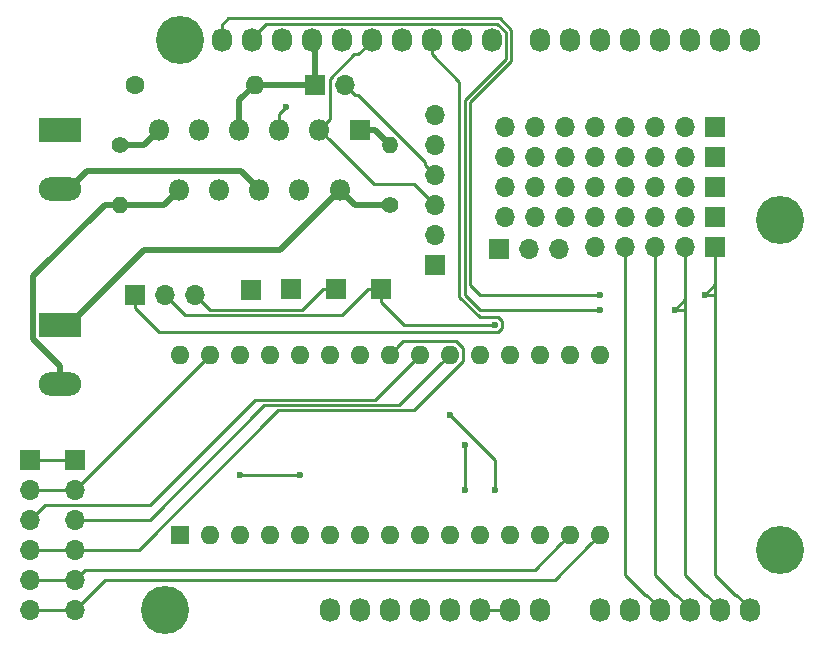
<source format=gbr>
G04 #@! TF.GenerationSoftware,KiCad,Pcbnew,(5.0.0)*
G04 #@! TF.CreationDate,2019-03-29T10:48:20+00:00*
G04 #@! TF.ProjectId,Actuators,4163747561746F72732E6B696361645F,rev?*
G04 #@! TF.SameCoordinates,Original*
G04 #@! TF.FileFunction,Copper,L1,Top,Signal*
G04 #@! TF.FilePolarity,Positive*
%FSLAX46Y46*%
G04 Gerber Fmt 4.6, Leading zero omitted, Abs format (unit mm)*
G04 Created by KiCad (PCBNEW (5.0.0)) date 03/29/19 10:48:20*
%MOMM*%
%LPD*%
G01*
G04 APERTURE LIST*
G04 #@! TA.AperFunction,ComponentPad*
%ADD10O,1.727200X2.032000*%
G04 #@! TD*
G04 #@! TA.AperFunction,ComponentPad*
%ADD11C,4.064000*%
G04 #@! TD*
G04 #@! TA.AperFunction,ComponentPad*
%ADD12R,1.600000X1.600000*%
G04 #@! TD*
G04 #@! TA.AperFunction,ComponentPad*
%ADD13O,1.600000X1.600000*%
G04 #@! TD*
G04 #@! TA.AperFunction,ComponentPad*
%ADD14C,1.400000*%
G04 #@! TD*
G04 #@! TA.AperFunction,ComponentPad*
%ADD15O,1.400000X1.400000*%
G04 #@! TD*
G04 #@! TA.AperFunction,ComponentPad*
%ADD16O,1.700000X1.700000*%
G04 #@! TD*
G04 #@! TA.AperFunction,ComponentPad*
%ADD17R,1.700000X1.700000*%
G04 #@! TD*
G04 #@! TA.AperFunction,ComponentPad*
%ADD18R,3.600000X2.000000*%
G04 #@! TD*
G04 #@! TA.AperFunction,ComponentPad*
%ADD19O,3.600000X2.000000*%
G04 #@! TD*
G04 #@! TA.AperFunction,ComponentPad*
%ADD20C,1.600000*%
G04 #@! TD*
G04 #@! TA.AperFunction,ComponentPad*
%ADD21R,1.800000X1.800000*%
G04 #@! TD*
G04 #@! TA.AperFunction,ComponentPad*
%ADD22O,1.800000X1.800000*%
G04 #@! TD*
G04 #@! TA.AperFunction,ViaPad*
%ADD23C,0.600000*%
G04 #@! TD*
G04 #@! TA.AperFunction,Conductor*
%ADD24C,0.250000*%
G04 #@! TD*
G04 #@! TA.AperFunction,Conductor*
%ADD25C,0.500000*%
G04 #@! TD*
G04 APERTURE END LIST*
D10*
G04 #@! TO.P,P1,1*
G04 #@! TO.N,N/C*
X138938000Y-123825000D03*
G04 #@! TO.P,P1,2*
X141478000Y-123825000D03*
G04 #@! TO.P,P1,3*
X144018000Y-123825000D03*
G04 #@! TO.P,P1,4*
X146558000Y-123825000D03*
G04 #@! TO.P,P1,5*
X149098000Y-123825000D03*
G04 #@! TO.P,P1,6*
G04 #@! TO.N,GND*
X151638000Y-123825000D03*
G04 #@! TO.P,P1,7*
X154178000Y-123825000D03*
G04 #@! TO.P,P1,8*
G04 #@! TO.N,/Vin*
X156718000Y-123825000D03*
G04 #@! TD*
G04 #@! TO.P,P2,1*
G04 #@! TO.N,N/C*
X161798000Y-123825000D03*
G04 #@! TO.P,P2,2*
X164338000Y-123825000D03*
G04 #@! TO.P,P2,3*
G04 #@! TO.N,/A2*
X166878000Y-123825000D03*
G04 #@! TO.P,P2,4*
G04 #@! TO.N,/A3*
X169418000Y-123825000D03*
G04 #@! TO.P,P2,5*
G04 #@! TO.N,/A4(SDA)*
X171958000Y-123825000D03*
G04 #@! TO.P,P2,6*
G04 #@! TO.N,/A5(SCL)*
X174498000Y-123825000D03*
G04 #@! TD*
G04 #@! TO.P,P3,1*
G04 #@! TO.N,/A5(SCL)*
X129794000Y-75565000D03*
G04 #@! TO.P,P3,2*
G04 #@! TO.N,/A4(SDA)*
X132334000Y-75565000D03*
G04 #@! TO.P,P3,3*
G04 #@! TO.N,N/C*
X134874000Y-75565000D03*
G04 #@! TO.P,P3,4*
G04 #@! TO.N,GND*
X137414000Y-75565000D03*
G04 #@! TO.P,P3,5*
G04 #@! TO.N,N/C*
X139954000Y-75565000D03*
G04 #@! TO.P,P3,6*
G04 #@! TO.N,/12(MISO)*
X142494000Y-75565000D03*
G04 #@! TO.P,P3,7*
G04 #@! TO.N,/11(\002A\002A/MOSI)*
X145034000Y-75565000D03*
G04 #@! TO.P,P3,8*
G04 #@! TO.N,/10(\002A\002A/SS)*
X147574000Y-75565000D03*
G04 #@! TO.P,P3,9*
G04 #@! TO.N,N/C*
X150114000Y-75565000D03*
G04 #@! TO.P,P3,10*
X152654000Y-75565000D03*
G04 #@! TD*
G04 #@! TO.P,P4,1*
G04 #@! TO.N,N/C*
X156718000Y-75565000D03*
G04 #@! TO.P,P4,2*
X159258000Y-75565000D03*
G04 #@! TO.P,P4,3*
X161798000Y-75565000D03*
G04 #@! TO.P,P4,4*
X164338000Y-75565000D03*
G04 #@! TO.P,P4,5*
X166878000Y-75565000D03*
G04 #@! TO.P,P4,6*
X169418000Y-75565000D03*
G04 #@! TO.P,P4,7*
G04 #@! TO.N,/1(Tx)*
X171958000Y-75565000D03*
G04 #@! TO.P,P4,8*
G04 #@! TO.N,/0(Rx)*
X174498000Y-75565000D03*
G04 #@! TD*
D11*
G04 #@! TO.P,P5,1*
G04 #@! TO.N,N/C*
X124968000Y-123825000D03*
G04 #@! TD*
G04 #@! TO.P,P6,1*
G04 #@! TO.N,N/C*
X177038000Y-118745000D03*
G04 #@! TD*
G04 #@! TO.P,P7,1*
G04 #@! TO.N,N/C*
X126238000Y-75565000D03*
G04 #@! TD*
G04 #@! TO.P,P8,1*
G04 #@! TO.N,N/C*
X177038000Y-90805000D03*
G04 #@! TD*
D12*
G04 #@! TO.P,A1,1*
G04 #@! TO.N,/0(Rx)*
X126238000Y-117475000D03*
D13*
G04 #@! TO.P,A1,17*
G04 #@! TO.N,N/C*
X159258000Y-102235000D03*
G04 #@! TO.P,A1,2*
G04 #@! TO.N,/1(Tx)*
X128778000Y-117475000D03*
G04 #@! TO.P,A1,18*
G04 #@! TO.N,N/C*
X156718000Y-102235000D03*
G04 #@! TO.P,A1,3*
X131318000Y-117475000D03*
G04 #@! TO.P,A1,19*
X154178000Y-102235000D03*
G04 #@! TO.P,A1,4*
X133858000Y-117475000D03*
G04 #@! TO.P,A1,20*
X151638000Y-102235000D03*
G04 #@! TO.P,A1,5*
X136398000Y-117475000D03*
G04 #@! TO.P,A1,21*
G04 #@! TO.N,/SS2*
X149098000Y-102235000D03*
G04 #@! TO.P,A1,6*
G04 #@! TO.N,N/C*
X138938000Y-117475000D03*
G04 #@! TO.P,A1,22*
G04 #@! TO.N,/SS1*
X146558000Y-102235000D03*
G04 #@! TO.P,A1,7*
G04 #@! TO.N,N/C*
X141478000Y-117475000D03*
G04 #@! TO.P,A1,23*
G04 #@! TO.N,/SCK*
X144018000Y-102235000D03*
G04 #@! TO.P,A1,8*
G04 #@! TO.N,N/C*
X144018000Y-117475000D03*
G04 #@! TO.P,A1,24*
X141478000Y-102235000D03*
G04 #@! TO.P,A1,9*
X146558000Y-117475000D03*
G04 #@! TO.P,A1,25*
X138938000Y-102235000D03*
G04 #@! TO.P,A1,10*
X149098000Y-117475000D03*
G04 #@! TO.P,A1,26*
X136398000Y-102235000D03*
G04 #@! TO.P,A1,11*
X151638000Y-117475000D03*
G04 #@! TO.P,A1,27*
G04 #@! TO.N,/EncAlim*
X133858000Y-102235000D03*
G04 #@! TO.P,A1,12*
G04 #@! TO.N,N/C*
X154178000Y-117475000D03*
G04 #@! TO.P,A1,28*
X131318000Y-102235000D03*
G04 #@! TO.P,A1,13*
X156718000Y-117475000D03*
G04 #@! TO.P,A1,29*
G04 #@! TO.N,GND*
X128778000Y-102235000D03*
G04 #@! TO.P,A1,14*
G04 #@! TO.N,/MOSI*
X159258000Y-117475000D03*
G04 #@! TO.P,A1,30*
G04 #@! TO.N,/Vin*
X126238000Y-102235000D03*
G04 #@! TO.P,A1,15*
G04 #@! TO.N,/MISO*
X161798000Y-117475000D03*
G04 #@! TO.P,A1,16*
G04 #@! TO.N,N/C*
X161798000Y-102235000D03*
G04 #@! TD*
D14*
G04 #@! TO.P,C1,1*
G04 #@! TO.N,Net-(C1-Pad1)*
X144018000Y-89535000D03*
D15*
G04 #@! TO.P,C1,2*
G04 #@! TO.N,Net-(C1-Pad2)*
X144018000Y-84455000D03*
G04 #@! TD*
G04 #@! TO.P,C2,2*
G04 #@! TO.N,Net-(C2-Pad2)*
X121158000Y-89535000D03*
D14*
G04 #@! TO.P,C2,1*
G04 #@! TO.N,Net-(C2-Pad1)*
X121158000Y-84455000D03*
G04 #@! TD*
D16*
G04 #@! TO.P,J1,8*
G04 #@! TO.N,N/C*
X153788110Y-82975879D03*
G04 #@! TO.P,J1,7*
X156328110Y-82975879D03*
G04 #@! TO.P,J1,6*
X158868110Y-82975879D03*
G04 #@! TO.P,J1,5*
X161408110Y-82975879D03*
G04 #@! TO.P,J1,4*
X163948110Y-82975879D03*
G04 #@! TO.P,J1,3*
X166488110Y-82975879D03*
G04 #@! TO.P,J1,2*
X169028110Y-82975879D03*
D17*
G04 #@! TO.P,J1,1*
X171568110Y-82975879D03*
G04 #@! TD*
G04 #@! TO.P,J2,1*
G04 #@! TO.N,N/C*
X171568110Y-85515879D03*
D16*
G04 #@! TO.P,J2,2*
X169028110Y-85515879D03*
G04 #@! TO.P,J2,3*
X166488110Y-85515879D03*
G04 #@! TO.P,J2,4*
X163948110Y-85515879D03*
G04 #@! TO.P,J2,5*
X161408110Y-85515879D03*
G04 #@! TO.P,J2,6*
X158868110Y-85515879D03*
G04 #@! TO.P,J2,7*
X156328110Y-85515879D03*
G04 #@! TO.P,J2,8*
X153788110Y-85515879D03*
G04 #@! TD*
G04 #@! TO.P,J3,8*
G04 #@! TO.N,N/C*
X153788110Y-88055879D03*
G04 #@! TO.P,J3,7*
X156328110Y-88055879D03*
G04 #@! TO.P,J3,6*
X158868110Y-88055879D03*
G04 #@! TO.P,J3,5*
X161408110Y-88055879D03*
G04 #@! TO.P,J3,4*
X163948110Y-88055879D03*
G04 #@! TO.P,J3,3*
X166488110Y-88055879D03*
G04 #@! TO.P,J3,2*
X169028110Y-88055879D03*
D17*
G04 #@! TO.P,J3,1*
X171568110Y-88055879D03*
G04 #@! TD*
G04 #@! TO.P,J4,1*
G04 #@! TO.N,N/C*
X171568110Y-90595879D03*
D16*
G04 #@! TO.P,J4,2*
X169028110Y-90595879D03*
G04 #@! TO.P,J4,3*
X166488110Y-90595879D03*
G04 #@! TO.P,J4,4*
X163948110Y-90595879D03*
G04 #@! TO.P,J4,5*
X161408110Y-90595879D03*
G04 #@! TO.P,J4,6*
X158868110Y-90595879D03*
G04 #@! TO.P,J4,7*
X156328110Y-90595879D03*
G04 #@! TO.P,J4,8*
X153788110Y-90595879D03*
G04 #@! TD*
D17*
G04 #@! TO.P,J5,1*
G04 #@! TO.N,GND*
X137668000Y-79375000D03*
D16*
G04 #@! TO.P,J5,2*
G04 #@! TO.N,/BR1*
X140208000Y-79375000D03*
G04 #@! TD*
D17*
G04 #@! TO.P,J6,1*
G04 #@! TO.N,/A5(SCL)*
X171568110Y-93135879D03*
D16*
G04 #@! TO.P,J6,2*
G04 #@! TO.N,/A4(SDA)*
X169028110Y-93135879D03*
G04 #@! TO.P,J6,3*
G04 #@! TO.N,/A3*
X166488110Y-93135879D03*
G04 #@! TO.P,J6,4*
G04 #@! TO.N,/A2*
X163948110Y-93135879D03*
G04 #@! TO.P,J6,5*
G04 #@! TO.N,N/C*
X161408110Y-93135879D03*
G04 #@! TD*
G04 #@! TO.P,J7,3*
G04 #@! TO.N,/Bat+*
X158322951Y-93306705D03*
G04 #@! TO.P,J7,2*
G04 #@! TO.N,Net-(J11-Pad2)*
X155782951Y-93306705D03*
D17*
G04 #@! TO.P,J7,1*
G04 #@! TO.N,GND*
X153242951Y-93306705D03*
G04 #@! TD*
G04 #@! TO.P,J8,1*
G04 #@! TO.N,GND*
X135672089Y-96676230D03*
G04 #@! TD*
G04 #@! TO.P,J9,1*
G04 #@! TO.N,Net-(J11-Pad3)*
X139482089Y-96676230D03*
G04 #@! TD*
D18*
G04 #@! TO.P,J10,1*
G04 #@! TO.N,GND*
X116078000Y-83185000D03*
D19*
G04 #@! TO.P,J10,2*
G04 #@! TO.N,/Bat+*
X116078000Y-88185000D03*
G04 #@! TD*
D17*
G04 #@! TO.P,J11,1*
G04 #@! TO.N,/10(\002A\002A/SS)*
X122428000Y-97155000D03*
D16*
G04 #@! TO.P,J11,2*
G04 #@! TO.N,Net-(J11-Pad2)*
X124968000Y-97155000D03*
G04 #@! TO.P,J11,3*
G04 #@! TO.N,Net-(J11-Pad3)*
X127508000Y-97155000D03*
G04 #@! TD*
D17*
G04 #@! TO.P,J12,1*
G04 #@! TO.N,/Bat+*
X132278338Y-96743569D03*
G04 #@! TD*
G04 #@! TO.P,J13,1*
G04 #@! TO.N,Net-(J11-Pad2)*
X143292089Y-96676230D03*
G04 #@! TD*
D19*
G04 #@! TO.P,J14,2*
G04 #@! TO.N,Net-(C2-Pad2)*
X116078000Y-104695000D03*
D18*
G04 #@! TO.P,J14,1*
G04 #@! TO.N,Net-(C1-Pad1)*
X116078000Y-99695000D03*
G04 #@! TD*
D17*
G04 #@! TO.P,J15,1*
G04 #@! TO.N,/EncAlim*
X113538000Y-111125000D03*
D16*
G04 #@! TO.P,J15,2*
G04 #@! TO.N,GND*
X113538000Y-113665000D03*
G04 #@! TO.P,J15,3*
G04 #@! TO.N,/SS1*
X113538000Y-116205000D03*
G04 #@! TO.P,J15,4*
G04 #@! TO.N,/SCK*
X113538000Y-118745000D03*
G04 #@! TO.P,J15,5*
G04 #@! TO.N,/MOSI*
X113538000Y-121285000D03*
G04 #@! TO.P,J15,6*
G04 #@! TO.N,/MISO*
X113538000Y-123825000D03*
G04 #@! TD*
G04 #@! TO.P,J16,6*
G04 #@! TO.N,/MISO*
X117348000Y-123825000D03*
G04 #@! TO.P,J16,5*
G04 #@! TO.N,/MOSI*
X117348000Y-121285000D03*
G04 #@! TO.P,J16,4*
G04 #@! TO.N,/SCK*
X117348000Y-118745000D03*
G04 #@! TO.P,J16,3*
G04 #@! TO.N,/SS2*
X117348000Y-116205000D03*
G04 #@! TO.P,J16,2*
G04 #@! TO.N,GND*
X117348000Y-113665000D03*
D17*
G04 #@! TO.P,J16,1*
G04 #@! TO.N,/EncAlim*
X117348000Y-111125000D03*
G04 #@! TD*
G04 #@! TO.P,J17,1*
G04 #@! TO.N,GND*
X147828000Y-94615000D03*
D16*
G04 #@! TO.P,J17,2*
G04 #@! TO.N,/11(\002A\002A/MOSI)*
X147828000Y-92075000D03*
G04 #@! TO.P,J17,3*
G04 #@! TO.N,/12(MISO)*
X147828000Y-89535000D03*
G04 #@! TO.P,J17,4*
G04 #@! TO.N,/BR1*
X147828000Y-86995000D03*
G04 #@! TO.P,J17,5*
G04 #@! TO.N,/CSEN1*
X147828000Y-84455000D03*
G04 #@! TO.P,J17,6*
G04 #@! TO.N,/TF1*
X147828000Y-81915000D03*
G04 #@! TD*
D20*
G04 #@! TO.P,R1,1*
G04 #@! TO.N,/CSEN1*
X122428000Y-79375000D03*
D13*
G04 #@! TO.P,R1,2*
G04 #@! TO.N,GND*
X132588000Y-79375000D03*
G04 #@! TD*
D21*
G04 #@! TO.P,U1,1*
G04 #@! TO.N,Net-(C1-Pad2)*
X141478000Y-83185000D03*
D22*
G04 #@! TO.P,U1,2*
G04 #@! TO.N,Net-(C1-Pad1)*
X139778000Y-88265000D03*
G04 #@! TO.P,U1,3*
G04 #@! TO.N,/12(MISO)*
X138078000Y-83185000D03*
G04 #@! TO.P,U1,4*
G04 #@! TO.N,/BR1*
X136378000Y-88265000D03*
G04 #@! TO.P,U1,5*
G04 #@! TO.N,/11(\002A\002A/MOSI)*
X134678000Y-83185000D03*
G04 #@! TO.P,U1,6*
G04 #@! TO.N,/Bat+*
X132978000Y-88265000D03*
G04 #@! TO.P,U1,7*
G04 #@! TO.N,GND*
X131278000Y-83185000D03*
G04 #@! TO.P,U1,8*
G04 #@! TO.N,/CSEN1*
X129578000Y-88265000D03*
G04 #@! TO.P,U1,9*
G04 #@! TO.N,/TF1*
X127878000Y-83185000D03*
G04 #@! TO.P,U1,10*
G04 #@! TO.N,Net-(C2-Pad2)*
X126178000Y-88265000D03*
G04 #@! TO.P,U1,11*
G04 #@! TO.N,Net-(C2-Pad1)*
X124478000Y-83185000D03*
G04 #@! TD*
D23*
G04 #@! TO.N,GND*
X150368000Y-109855000D03*
X150368000Y-113665000D03*
G04 #@! TO.N,/Vin*
X152908000Y-113665000D03*
X149098000Y-107315000D03*
G04 #@! TO.N,/A4(SDA)*
X161798000Y-98425000D03*
X168148000Y-98425000D03*
G04 #@! TO.N,/A5(SCL)*
X161798000Y-97155000D03*
X170688000Y-97155000D03*
G04 #@! TO.N,/0(Rx)*
X131318000Y-112395000D03*
X136398000Y-112395000D03*
X136398000Y-112395000D03*
G04 #@! TO.N,/11(\002A\002A/MOSI)*
X135228195Y-81290000D03*
G04 #@! TO.N,Net-(J11-Pad2)*
X152908000Y-99695000D03*
G04 #@! TD*
D24*
G04 #@! TO.N,GND*
X151638000Y-123825000D02*
X154178000Y-123825000D01*
X113538000Y-113665000D02*
X117348000Y-113665000D01*
X128778000Y-102235000D02*
X117348000Y-113665000D01*
X150368000Y-109855000D02*
X150368000Y-113665000D01*
D25*
X131278000Y-80685000D02*
X132588000Y-79375000D01*
X131278000Y-83185000D02*
X131278000Y-80685000D01*
X132588000Y-79375000D02*
X137668000Y-79375000D01*
X137668000Y-75819000D02*
X137414000Y-75565000D01*
X137668000Y-79375000D02*
X137668000Y-75819000D01*
D24*
G04 #@! TO.N,/Vin*
X152908000Y-113665000D02*
X152908000Y-111125000D01*
X152908000Y-111125000D02*
X149098000Y-107315000D01*
G04 #@! TO.N,/A2*
X166878000Y-123672600D02*
X166878000Y-123825000D01*
X165764400Y-122559000D02*
X166878000Y-123672600D01*
X165612000Y-122559000D02*
X165764400Y-122559000D01*
X163948110Y-120895110D02*
X165612000Y-122559000D01*
X163948110Y-93135879D02*
X163948110Y-120895110D01*
G04 #@! TO.N,/A3*
X169418000Y-123672600D02*
X169418000Y-123825000D01*
X168304400Y-122559000D02*
X169418000Y-123672600D01*
X168152000Y-122559000D02*
X168304400Y-122559000D01*
X166488110Y-120895110D02*
X168152000Y-122559000D01*
X166488110Y-93135879D02*
X166488110Y-120895110D01*
G04 #@! TO.N,/A4(SDA)*
X171958000Y-123672600D02*
X171958000Y-123825000D01*
X170844400Y-122559000D02*
X171958000Y-123672600D01*
X170692000Y-122559000D02*
X170844400Y-122559000D01*
X169028110Y-120895110D02*
X170692000Y-122559000D01*
X153842610Y-74920262D02*
X153842610Y-77170390D01*
X153146338Y-74223990D02*
X153842610Y-74920262D01*
X133522610Y-74223990D02*
X153146338Y-74223990D01*
X132334000Y-75565000D02*
X132334000Y-75412600D01*
X132334000Y-75412600D02*
X133522610Y-74223990D01*
X153842610Y-77170390D02*
X150368000Y-80645000D01*
X150368000Y-80645000D02*
X150368000Y-97155000D01*
X150368000Y-97155000D02*
X151638000Y-98425000D01*
X151638000Y-98425000D02*
X161798000Y-98425000D01*
X168148000Y-98425000D02*
X169028110Y-98425000D01*
X169028110Y-98425000D02*
X169028110Y-120895110D01*
X169028110Y-97544890D02*
X169028110Y-97155000D01*
X168148000Y-98425000D02*
X169028110Y-97544890D01*
X169028110Y-93135879D02*
X169028110Y-97155000D01*
X169028110Y-97155000D02*
X169028110Y-98425000D01*
G04 #@! TO.N,/A5(SCL)*
X174498000Y-123672600D02*
X174498000Y-123825000D01*
X173384400Y-122559000D02*
X174498000Y-123672600D01*
X173232000Y-122559000D02*
X173384400Y-122559000D01*
X171568110Y-120895110D02*
X173232000Y-122559000D01*
X154292620Y-74733862D02*
X154292619Y-77356791D01*
X153332739Y-73773981D02*
X154292620Y-74733862D01*
X130319019Y-73773981D02*
X153332739Y-73773981D01*
X129794000Y-75565000D02*
X129794000Y-74299000D01*
X129794000Y-74299000D02*
X130319019Y-73773981D01*
X154292619Y-77356791D02*
X150818010Y-80831400D01*
X150818010Y-80831400D02*
X150818010Y-95885000D01*
X150818010Y-95885000D02*
X150818010Y-96335010D01*
X150818010Y-96335010D02*
X151638000Y-97155000D01*
X151638000Y-97155000D02*
X161798000Y-97155000D01*
X170688000Y-97155000D02*
X171568110Y-97155000D01*
X171568110Y-97155000D02*
X171568110Y-120895110D01*
X171568110Y-96274890D02*
X171568110Y-95885000D01*
X170688000Y-97155000D02*
X171568110Y-96274890D01*
X171568110Y-93135879D02*
X171568110Y-95885000D01*
X171568110Y-95885000D02*
X171568110Y-97155000D01*
G04 #@! TO.N,/0(Rx)*
X131318000Y-112395000D02*
X136398000Y-112395000D01*
G04 #@! TO.N,/10(\002A\002A/SS)*
X149917991Y-79174991D02*
X149917990Y-97341400D01*
X147574000Y-75565000D02*
X147574000Y-76831000D01*
X147574000Y-76831000D02*
X149917991Y-79174991D01*
X122428000Y-98255000D02*
X122428000Y-97155000D01*
X124493001Y-100320001D02*
X122428000Y-98255000D01*
X153208001Y-100320001D02*
X124493001Y-100320001D01*
X153533001Y-99995001D02*
X153208001Y-100320001D01*
X153533001Y-99394999D02*
X153533001Y-99995001D01*
X153208001Y-99069999D02*
X153533001Y-99394999D01*
X151646589Y-99069999D02*
X153208001Y-99069999D01*
X149917990Y-97341400D02*
X151646589Y-99069999D01*
G04 #@! TO.N,/12(MISO)*
X138977999Y-84084999D02*
X138078000Y-83185000D01*
X142707990Y-87814990D02*
X138977999Y-84084999D01*
X146107990Y-87814990D02*
X142707990Y-87814990D01*
X147828000Y-89535000D02*
X146107990Y-87814990D01*
X142494000Y-75717400D02*
X142494000Y-75565000D01*
X141380400Y-76831000D02*
X142494000Y-75717400D01*
X141012998Y-76831000D02*
X141380400Y-76831000D01*
X138977999Y-78865999D02*
X141012998Y-76831000D01*
X138977999Y-82285001D02*
X138977999Y-78865999D01*
X138078000Y-83185000D02*
X138977999Y-82285001D01*
G04 #@! TO.N,/11(\002A\002A/MOSI)*
X134678000Y-83185000D02*
X134678000Y-81840195D01*
X134678000Y-81840195D02*
X135228195Y-81290000D01*
G04 #@! TO.N,/SS2*
X117348000Y-116205000D02*
X123698000Y-116205000D01*
X148298001Y-103034999D02*
X149098000Y-102235000D01*
X144837990Y-106495010D02*
X148298001Y-103034999D01*
X133407990Y-106495010D02*
X144837990Y-106495010D01*
X123698000Y-116205000D02*
X133407990Y-106495010D01*
G04 #@! TO.N,/SS1*
X146558000Y-102235000D02*
X142748000Y-106045000D01*
X142748000Y-106045000D02*
X132588000Y-106045000D01*
X114387999Y-115355001D02*
X113538000Y-116205000D01*
X114808000Y-114935000D02*
X114387999Y-115355001D01*
X123698000Y-114935000D02*
X114808000Y-114935000D01*
X132588000Y-106045000D02*
X123698000Y-114935000D01*
G04 #@! TO.N,/SCK*
X113538000Y-118745000D02*
X117348000Y-118745000D01*
X145143001Y-101109999D02*
X144817999Y-101435001D01*
X149638001Y-101109999D02*
X145143001Y-101109999D01*
X150223001Y-101694999D02*
X149638001Y-101109999D01*
X146052982Y-106945020D02*
X150223001Y-102775001D01*
X150223001Y-102775001D02*
X150223001Y-101694999D01*
X134582978Y-106945020D02*
X146052982Y-106945020D01*
X144817999Y-101435001D02*
X144018000Y-102235000D01*
X122782998Y-118745000D02*
X134582978Y-106945020D01*
X117348000Y-118745000D02*
X122782998Y-118745000D01*
G04 #@! TO.N,/EncAlim*
X113538000Y-111125000D02*
X117348000Y-111125000D01*
G04 #@! TO.N,/MOSI*
X113538000Y-121285000D02*
X117348000Y-121285000D01*
X158458001Y-118274999D02*
X159258000Y-117475000D01*
X156297999Y-120435001D02*
X158458001Y-118274999D01*
X118197999Y-120435001D02*
X156297999Y-120435001D01*
X117348000Y-121285000D02*
X118197999Y-120435001D01*
G04 #@! TO.N,/MISO*
X113538000Y-123825000D02*
X117348000Y-123825000D01*
X160998001Y-118274999D02*
X161798000Y-117475000D01*
X157988000Y-121285000D02*
X160998001Y-118274999D01*
X119888000Y-121285000D02*
X157988000Y-121285000D01*
X117348000Y-123825000D02*
X119888000Y-121285000D01*
D25*
G04 #@! TO.N,Net-(C1-Pad1)*
X116878000Y-99695000D02*
X116078000Y-99695000D01*
X123228000Y-93345000D02*
X116878000Y-99695000D01*
X134698000Y-93345000D02*
X123228000Y-93345000D01*
X139778000Y-88265000D02*
X134698000Y-93345000D01*
X141048000Y-89535000D02*
X144018000Y-89535000D01*
X139778000Y-88265000D02*
X141048000Y-89535000D01*
G04 #@! TO.N,Net-(C1-Pad2)*
X142748000Y-83185000D02*
X144018000Y-84455000D01*
X141478000Y-83185000D02*
X142748000Y-83185000D01*
G04 #@! TO.N,Net-(C2-Pad2)*
X113827999Y-95595001D02*
X119888000Y-89535000D01*
X113827999Y-100944999D02*
X113827999Y-95595001D01*
X116078000Y-103195000D02*
X113827999Y-100944999D01*
X116078000Y-104695000D02*
X116078000Y-103195000D01*
X121158000Y-89535000D02*
X119888000Y-89535000D01*
X124908000Y-89535000D02*
X126178000Y-88265000D01*
X121158000Y-89535000D02*
X124908000Y-89535000D01*
G04 #@! TO.N,Net-(C2-Pad1)*
X123208000Y-84455000D02*
X124478000Y-83185000D01*
X121158000Y-84455000D02*
X123208000Y-84455000D01*
D24*
G04 #@! TO.N,/BR1*
X141057999Y-80224999D02*
X140208000Y-79375000D01*
X141305001Y-80224999D02*
X141057999Y-80224999D01*
X146978001Y-85897999D02*
X141305001Y-80224999D01*
X146978001Y-86145001D02*
X146978001Y-85897999D01*
X147828000Y-86995000D02*
X146978001Y-86145001D01*
D25*
G04 #@! TO.N,/Bat+*
X132078001Y-87365001D02*
X132978000Y-88265000D01*
X131398000Y-86685000D02*
X132078001Y-87365001D01*
X118378000Y-86685000D02*
X131398000Y-86685000D01*
X116878000Y-88185000D02*
X118378000Y-86685000D01*
X116078000Y-88185000D02*
X116878000Y-88185000D01*
D24*
G04 #@! TO.N,Net-(J11-Pad2)*
X142192089Y-96676230D02*
X143292089Y-96676230D01*
X139993310Y-98875009D02*
X142192089Y-96676230D01*
X126688009Y-98875009D02*
X139993310Y-98875009D01*
X124968000Y-97155000D02*
X126688009Y-98875009D01*
X143292089Y-97776230D02*
X143292089Y-96676230D01*
X145210859Y-99695000D02*
X143292089Y-97776230D01*
X152908000Y-99695000D02*
X145210859Y-99695000D01*
G04 #@! TO.N,Net-(J11-Pad3)*
X138382089Y-96676230D02*
X139482089Y-96676230D01*
X136633319Y-98425000D02*
X138382089Y-96676230D01*
X128778000Y-98425000D02*
X136633319Y-98425000D01*
X127508000Y-97155000D02*
X128778000Y-98425000D01*
G04 #@! TD*
M02*

</source>
